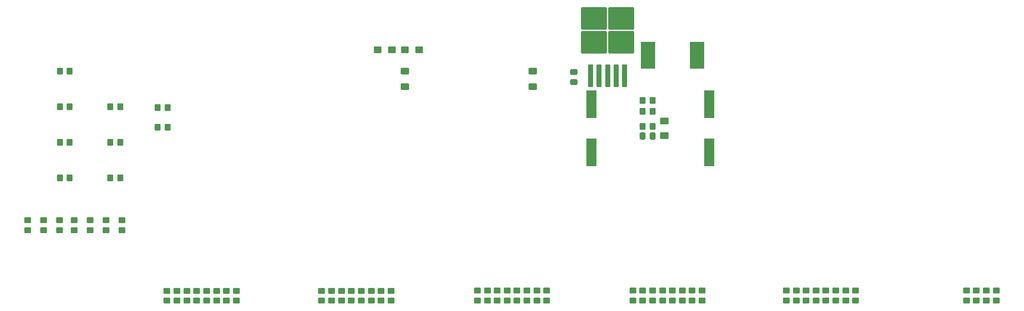
<source format=gtp>
G04 #@! TF.GenerationSoftware,KiCad,Pcbnew,8.0.1*
G04 #@! TF.CreationDate,2024-05-23T13:26:50+02:00*
G04 #@! TF.ProjectId,ShrackThingy,53687261-636b-4546-9869-6e67792e6b69,rev?*
G04 #@! TF.SameCoordinates,Original*
G04 #@! TF.FileFunction,Paste,Top*
G04 #@! TF.FilePolarity,Positive*
%FSLAX46Y46*%
G04 Gerber Fmt 4.6, Leading zero omitted, Abs format (unit mm)*
G04 Created by KiCad (PCBNEW 8.0.1) date 2024-05-23 13:26:50*
%MOMM*%
%LPD*%
G01*
G04 APERTURE LIST*
G04 Aperture macros list*
%AMRoundRect*
0 Rectangle with rounded corners*
0 $1 Rounding radius*
0 $2 $3 $4 $5 $6 $7 $8 $9 X,Y pos of 4 corners*
0 Add a 4 corners polygon primitive as box body*
4,1,4,$2,$3,$4,$5,$6,$7,$8,$9,$2,$3,0*
0 Add four circle primitives for the rounded corners*
1,1,$1+$1,$2,$3*
1,1,$1+$1,$4,$5*
1,1,$1+$1,$6,$7*
1,1,$1+$1,$8,$9*
0 Add four rect primitives between the rounded corners*
20,1,$1+$1,$2,$3,$4,$5,0*
20,1,$1+$1,$4,$5,$6,$7,0*
20,1,$1+$1,$6,$7,$8,$9,0*
20,1,$1+$1,$8,$9,$2,$3,0*%
G04 Aperture macros list end*
%ADD10R,2.000000X5.700000*%
%ADD11RoundRect,0.250000X0.450000X-0.350000X0.450000X0.350000X-0.450000X0.350000X-0.450000X-0.350000X0*%
%ADD12RoundRect,0.250000X-0.475000X0.337500X-0.475000X-0.337500X0.475000X-0.337500X0.475000X0.337500X0*%
%ADD13RoundRect,0.250000X-0.537500X-0.425000X0.537500X-0.425000X0.537500X0.425000X-0.537500X0.425000X0*%
%ADD14RoundRect,0.250000X-0.450000X0.350000X-0.450000X-0.350000X0.450000X-0.350000X0.450000X0.350000X0*%
%ADD15RoundRect,0.250000X0.350000X0.450000X-0.350000X0.450000X-0.350000X-0.450000X0.350000X-0.450000X0*%
%ADD16RoundRect,0.250000X0.537500X0.425000X-0.537500X0.425000X-0.537500X-0.425000X0.537500X-0.425000X0*%
%ADD17RoundRect,0.250000X-0.350000X-0.450000X0.350000X-0.450000X0.350000X0.450000X-0.350000X0.450000X0*%
%ADD18RoundRect,0.250000X0.337500X0.475000X-0.337500X0.475000X-0.337500X-0.475000X0.337500X-0.475000X0*%
%ADD19RoundRect,0.250000X0.300000X-2.050000X0.300000X2.050000X-0.300000X2.050000X-0.300000X-2.050000X0*%
%ADD20RoundRect,0.250000X2.375000X-2.025000X2.375000X2.025000X-2.375000X2.025000X-2.375000X-2.025000X0*%
%ADD21RoundRect,0.250000X-0.625000X0.400000X-0.625000X-0.400000X0.625000X-0.400000X0.625000X0.400000X0*%
%ADD22RoundRect,0.250000X0.625000X-0.400000X0.625000X0.400000X-0.625000X0.400000X-0.625000X-0.400000X0*%
%ADD23RoundRect,0.250001X-0.624999X0.462499X-0.624999X-0.462499X0.624999X-0.462499X0.624999X0.462499X0*%
%ADD24R,2.900000X5.400000*%
G04 APERTURE END LIST*
D10*
X291200000Y-148550000D03*
X291200000Y-158250000D03*
D11*
X272200000Y-188200000D03*
X272200000Y-186200000D03*
X276200000Y-188200000D03*
X276200000Y-186200000D03*
X313600000Y-188200000D03*
X313600000Y-186200000D03*
X369000000Y-188200000D03*
X369000000Y-186200000D03*
X240750000Y-188250000D03*
X240750000Y-186250000D03*
D12*
X287700000Y-141962500D03*
X287700000Y-144037500D03*
D11*
X342600000Y-188200000D03*
X342600000Y-186200000D03*
X236750000Y-188250000D03*
X236750000Y-186250000D03*
D13*
X253562500Y-137545000D03*
X256437500Y-137545000D03*
D11*
X371000000Y-188200000D03*
X371000000Y-186200000D03*
D14*
X193200000Y-172000000D03*
X193200000Y-174000000D03*
D15*
X303600000Y-153000000D03*
X301600000Y-153000000D03*
D11*
X305600000Y-188200000D03*
X305600000Y-186200000D03*
D15*
X185840000Y-163400000D03*
X183840000Y-163400000D03*
D11*
X336600000Y-188200000D03*
X336600000Y-186200000D03*
X303600000Y-188200000D03*
X303600000Y-186200000D03*
X244750000Y-188250000D03*
X244750000Y-186250000D03*
D16*
X250940000Y-137545000D03*
X248065000Y-137545000D03*
D17*
X203600000Y-149200000D03*
X205600000Y-149200000D03*
D11*
X309600000Y-188200000D03*
X309600000Y-186200000D03*
D18*
X303637500Y-155000000D03*
X301562500Y-155000000D03*
D11*
X307600000Y-188200000D03*
X307600000Y-186200000D03*
X248750000Y-188250000D03*
X248750000Y-186250000D03*
D14*
X190000000Y-172000000D03*
X190000000Y-174000000D03*
D11*
X238750000Y-188250000D03*
X238750000Y-186250000D03*
D15*
X303600000Y-147800000D03*
X301600000Y-147800000D03*
D14*
X183800000Y-172000000D03*
X183800000Y-174000000D03*
D15*
X196040000Y-149000000D03*
X194040000Y-149000000D03*
D11*
X280200000Y-188200000D03*
X280200000Y-186200000D03*
D14*
X196400000Y-172000000D03*
X196400000Y-174000000D03*
D11*
X330600000Y-188200000D03*
X330600000Y-186200000D03*
D19*
X291100000Y-142750000D03*
X292800000Y-142750000D03*
X294500000Y-142750000D03*
X296200000Y-142750000D03*
X297900000Y-142750000D03*
D20*
X291725000Y-136025000D03*
X297275000Y-136025000D03*
X291725000Y-131175000D03*
X297275000Y-131175000D03*
D15*
X185840000Y-149000000D03*
X183840000Y-149000000D03*
D11*
X270200000Y-188200000D03*
X270200000Y-186200000D03*
X219500000Y-188250000D03*
X219500000Y-186250000D03*
D21*
X279400000Y-141850000D03*
X279400000Y-144950000D03*
D11*
X367000000Y-188200000D03*
X367000000Y-186200000D03*
D15*
X196040000Y-156200000D03*
X194040000Y-156200000D03*
D11*
X217500000Y-188250000D03*
X217500000Y-186250000D03*
X311600000Y-188200000D03*
X311600000Y-186200000D03*
X299600000Y-188200000D03*
X299600000Y-186200000D03*
X209500000Y-188250000D03*
X209500000Y-186250000D03*
X334600000Y-188200000D03*
X334600000Y-186200000D03*
X373000000Y-188200000D03*
X373000000Y-186200000D03*
X207500000Y-188250000D03*
X207500000Y-186250000D03*
X246750000Y-188250000D03*
X246750000Y-186250000D03*
D14*
X186800000Y-172000000D03*
X186800000Y-174000000D03*
D15*
X185840000Y-141800000D03*
X183840000Y-141800000D03*
X196040000Y-163400000D03*
X194040000Y-163400000D03*
D11*
X250750000Y-188250000D03*
X250750000Y-186250000D03*
X242750000Y-188250000D03*
X242750000Y-186250000D03*
D22*
X253600000Y-144950000D03*
X253600000Y-141850000D03*
D11*
X215550000Y-188250000D03*
X215550000Y-186250000D03*
X268200000Y-188200000D03*
X268200000Y-186200000D03*
X211500000Y-188250000D03*
X211500000Y-186250000D03*
X344600000Y-188200000D03*
X344600000Y-186200000D03*
X338600000Y-188200000D03*
X338600000Y-186200000D03*
D15*
X185840000Y-156200000D03*
X183840000Y-156200000D03*
D17*
X301600000Y-150000000D03*
X303600000Y-150000000D03*
D11*
X213550000Y-188250000D03*
X213550000Y-186250000D03*
D14*
X177400000Y-172000000D03*
X177400000Y-174000000D03*
D11*
X301600000Y-188200000D03*
X301600000Y-186200000D03*
X205500000Y-188250000D03*
X205500000Y-186250000D03*
X332600000Y-188200000D03*
X332600000Y-186200000D03*
X278200000Y-188200000D03*
X278200000Y-186200000D03*
D10*
X315000000Y-148550000D03*
X315000000Y-158250000D03*
D11*
X274200000Y-188200000D03*
X274200000Y-186200000D03*
X340600000Y-188200000D03*
X340600000Y-186200000D03*
D23*
X306000000Y-151912500D03*
X306000000Y-154887500D03*
D24*
X302650000Y-138600000D03*
X312550000Y-138600000D03*
D14*
X180600000Y-172000000D03*
X180600000Y-174000000D03*
D15*
X205600000Y-153200000D03*
X203600000Y-153200000D03*
D11*
X282200000Y-188200000D03*
X282200000Y-186200000D03*
M02*

</source>
